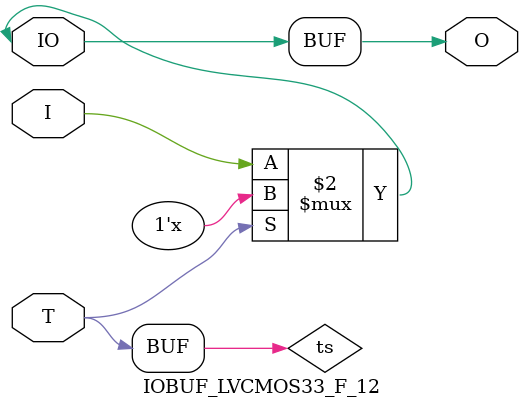
<source format=v>

/*

FUNCTION	: INPUT TRI-STATE OUTPUT BUFFER

*/

`celldefine
`timescale  100 ps / 10 ps

module IOBUF_LVCMOS33_F_12 (O, IO, I, T);

    output O;

    inout  IO;

    input  I, T;

    or O1 (ts, 1'b0, T);
    bufif0 T1 (IO, I, ts);

    buf B1 (O, IO);

endmodule

</source>
